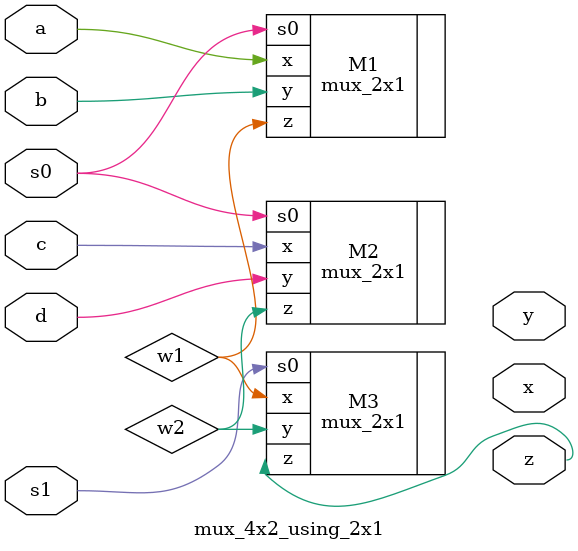
<source format=v>
module mux_4x2_using_2x1 (
    input a,b,c,d,s0,s1,
    output x,y,z
);
    wire w1, w2;

    mux_2x1 M1 (.x(a), .y(b), .s0(s0), .z(w1));
    mux_2x1 M2 (.x(c), .y(d), .s0(s0), .z(w2));
    mux_2x1 M3 (.x(w1), .y(w2), .s0(s1), .z(z));
endmodule
</source>
